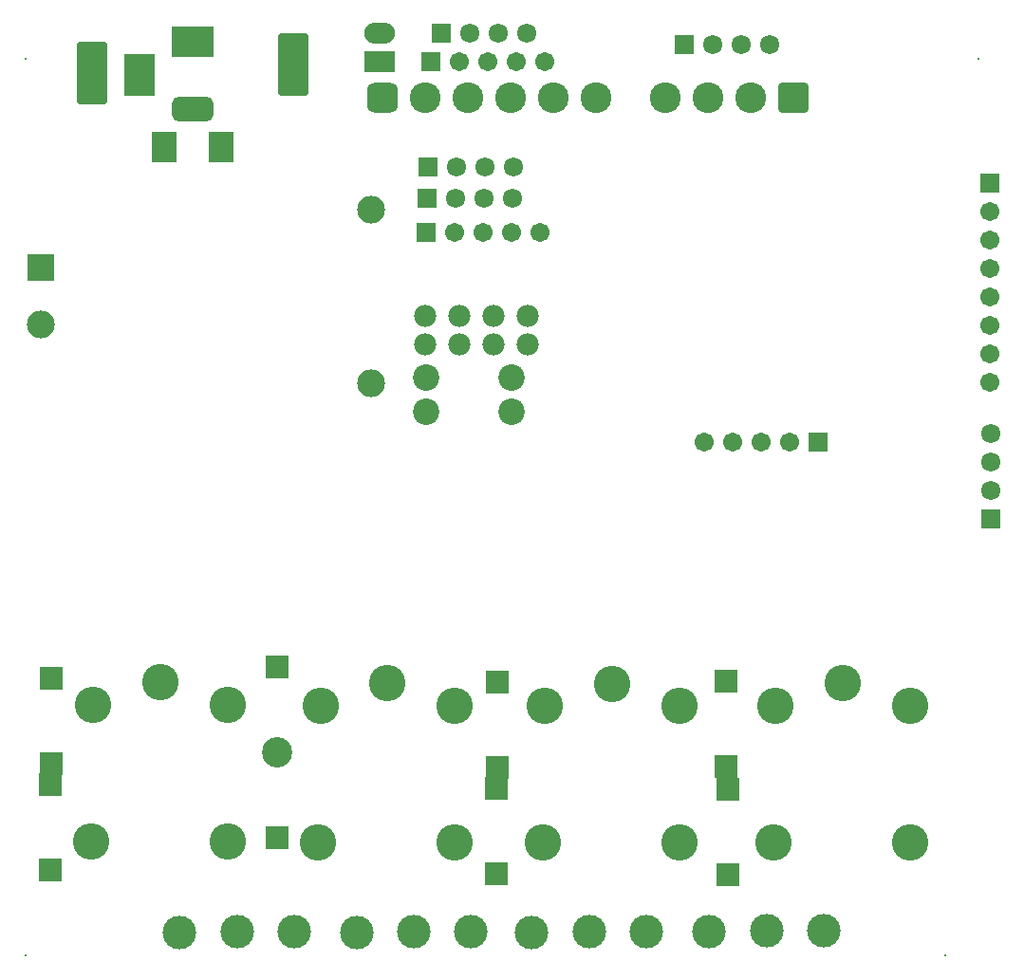
<source format=gbs>
G04*
G04 #@! TF.GenerationSoftware,Altium Limited,Altium Designer,20.2.6 (244)*
G04*
G04 Layer_Color=16711935*
%FSTAX25Y25*%
%MOIN*%
G70*
G04*
G04 #@! TF.SameCoordinates,D37F4820-9CCB-4A9C-A827-6EB3CEA44CBB*
G04*
G04*
G04 #@! TF.FilePolarity,Negative*
G04*
G01*
G75*
%ADD47C,0.10800*%
%ADD48O,0.10800X0.07300*%
%ADD49R,0.10800X0.07300*%
%ADD50C,0.06706*%
%ADD51R,0.06706X0.06706*%
%ADD52C,0.09800*%
%ADD53R,0.09800X0.09800*%
%ADD54R,0.08674X0.10642*%
%ADD55C,0.12800*%
%ADD56R,0.07887X0.07887*%
%ADD57C,0.11800*%
%ADD58C,0.10642*%
%ADD59C,0.09300*%
%ADD60R,0.06706X0.06706*%
%ADD61C,0.00800*%
%ADD62C,0.06784*%
%ADD63R,0.06784X0.06784*%
%ADD64C,0.07800*%
G04:AMPARAMS|DCode=65|XSize=145.8mil|YSize=86.74mil|CornerRadius=23.68mil|HoleSize=0mil|Usage=FLASHONLY|Rotation=0.000|XOffset=0mil|YOffset=0mil|HoleType=Round|Shape=RoundedRectangle|*
%AMROUNDEDRECTD65*
21,1,0.14580,0.03937,0,0,0.0*
21,1,0.09843,0.08674,0,0,0.0*
1,1,0.04737,0.04921,-0.01968*
1,1,0.04737,-0.04921,-0.01968*
1,1,0.04737,-0.04921,0.01968*
1,1,0.04737,0.04921,0.01968*
%
%ADD65ROUNDEDRECTD65*%
%ADD66R,0.14580X0.10642*%
%ADD67R,0.10642X0.14580*%
G04:AMPARAMS|DCode=68|XSize=108mil|YSize=108mil|CornerRadius=29mil|HoleSize=0mil|Usage=FLASHONLY|Rotation=90.000|XOffset=0mil|YOffset=0mil|HoleType=Round|Shape=RoundedRectangle|*
%AMROUNDEDRECTD68*
21,1,0.10800,0.05000,0,0,90.0*
21,1,0.05000,0.10800,0,0,90.0*
1,1,0.05800,0.02500,0.02500*
1,1,0.05800,0.02500,-0.02500*
1,1,0.05800,-0.02500,-0.02500*
1,1,0.05800,-0.02500,0.02500*
%
%ADD68ROUNDEDRECTD68*%
G04:AMPARAMS|DCode=69|XSize=108mil|YSize=108mil|CornerRadius=16.5mil|HoleSize=0mil|Usage=FLASHONLY|Rotation=90.000|XOffset=0mil|YOffset=0mil|HoleType=Round|Shape=RoundedRectangle|*
%AMROUNDEDRECTD69*
21,1,0.10800,0.07500,0,0,90.0*
21,1,0.07500,0.10800,0,0,90.0*
1,1,0.03300,0.03750,0.03750*
1,1,0.03300,0.03750,-0.03750*
1,1,0.03300,-0.03750,-0.03750*
1,1,0.03300,-0.03750,0.03750*
%
%ADD69ROUNDEDRECTD69*%
%ADD70R,0.06784X0.06784*%
G04:AMPARAMS|DCode=103|XSize=218mil|YSize=108mil|CornerRadius=13.5mil|HoleSize=0mil|Usage=FLASHONLY|Rotation=270.000|XOffset=0mil|YOffset=0mil|HoleType=Round|Shape=RoundedRectangle|*
%AMROUNDEDRECTD103*
21,1,0.21800,0.08100,0,0,270.0*
21,1,0.19100,0.10800,0,0,270.0*
1,1,0.02700,-0.04050,-0.09550*
1,1,0.02700,-0.04050,0.09550*
1,1,0.02700,0.04050,0.09550*
1,1,0.02700,0.04050,-0.09550*
%
%ADD103ROUNDEDRECTD103*%
G04:AMPARAMS|DCode=104|XSize=58mil|YSize=108mil|CornerRadius=10.25mil|HoleSize=0mil|Usage=FLASHONLY|Rotation=270.000|XOffset=0mil|YOffset=0mil|HoleType=Round|Shape=RoundedRectangle|*
%AMROUNDEDRECTD104*
21,1,0.05800,0.08750,0,0,270.0*
21,1,0.03750,0.10800,0,0,270.0*
1,1,0.02050,-0.04375,-0.01875*
1,1,0.02050,-0.04375,0.01875*
1,1,0.02050,0.04375,0.01875*
1,1,0.02050,0.04375,-0.01875*
%
%ADD104ROUNDEDRECTD104*%
G04:AMPARAMS|DCode=105|XSize=88mil|YSize=108mil|CornerRadius=14mil|HoleSize=0mil|Usage=FLASHONLY|Rotation=270.000|XOffset=0mil|YOffset=0mil|HoleType=Round|Shape=RoundedRectangle|*
%AMROUNDEDRECTD105*
21,1,0.08800,0.08000,0,0,270.0*
21,1,0.06000,0.10800,0,0,270.0*
1,1,0.02800,-0.04000,-0.03000*
1,1,0.02800,-0.04000,0.03000*
1,1,0.02800,0.04000,0.03000*
1,1,0.02800,0.04000,-0.03000*
%
%ADD105ROUNDEDRECTD105*%
D47*
X11399Y0949533D02*
D03*
X11249D02*
D03*
X11699D02*
D03*
X11549D02*
D03*
X11099D02*
D03*
X11399D02*
D03*
X11249D02*
D03*
X1224101D02*
D03*
X1209101D02*
D03*
X1194101D02*
D03*
D48*
X1094Y09721D02*
D03*
D49*
Y09621D02*
D03*
D50*
X12078Y08286D02*
D03*
X12178D02*
D03*
X12278D02*
D03*
X12378D02*
D03*
X13082Y09096D02*
D03*
Y08996D02*
D03*
Y08896D02*
D03*
Y08796D02*
D03*
Y08696D02*
D03*
Y08596D02*
D03*
Y08496D02*
D03*
X11518Y09621D02*
D03*
X11418D02*
D03*
X11318D02*
D03*
X11218D02*
D03*
X11202Y09024D02*
D03*
X11302D02*
D03*
X11402D02*
D03*
X11502D02*
D03*
D51*
X12478Y08286D02*
D03*
X11118Y09621D02*
D03*
X11102Y09024D02*
D03*
D52*
X10907Y09103D02*
D03*
Y08493D02*
D03*
X09747Y08698D02*
D03*
D53*
Y08898D02*
D03*
D54*
X10182Y09323D02*
D03*
X10382D02*
D03*
D55*
X12321Y0688D02*
D03*
X12801D02*
D03*
X1256478Y0743905D02*
D03*
X11511Y06878D02*
D03*
X11991D02*
D03*
X1175478Y0743706D02*
D03*
X10723Y06879D02*
D03*
X11203D02*
D03*
X1096678Y0743806D02*
D03*
X09924Y06882D02*
D03*
X10404D02*
D03*
X1016778Y0744105D02*
D03*
X1232856Y0736031D02*
D03*
X12801D02*
D03*
X1151856Y0735831D02*
D03*
X11991D02*
D03*
X1073056Y0735931D02*
D03*
X11203D02*
D03*
X0993156Y0736232D02*
D03*
X10404D02*
D03*
D56*
X12161Y06765D02*
D03*
X12156Y07445D02*
D03*
Y07145D02*
D03*
X12161Y07065D02*
D03*
X11347Y0677D02*
D03*
X11352Y07443D02*
D03*
Y07143D02*
D03*
X11347Y0707D02*
D03*
X10578Y06895D02*
D03*
X1058Y07495D02*
D03*
X09783Y06781D02*
D03*
X09786Y07457D02*
D03*
Y07157D02*
D03*
X09783Y07081D02*
D03*
D57*
X12096Y06566D02*
D03*
X1249862Y0656862D02*
D03*
X1229862D02*
D03*
X11473Y06563D02*
D03*
X1187562Y0656562D02*
D03*
X1167562D02*
D03*
X1085699Y06563D02*
D03*
X1125961Y0656562D02*
D03*
X1105961D02*
D03*
X1023538Y0656338D02*
D03*
X10638Y06566D02*
D03*
X10438D02*
D03*
D58*
X1058Y07195D02*
D03*
X10578Y07195D02*
D03*
D59*
X11402Y08512D02*
D03*
X11102D02*
D03*
X11402Y08394D02*
D03*
X11102D02*
D03*
D60*
X13082Y09196D02*
D03*
D61*
X12924Y06482D02*
D03*
X09695D02*
D03*
Y09631D02*
D03*
X13042Y09634D02*
D03*
D62*
X11406Y09144D02*
D03*
X11306D02*
D03*
X11206D02*
D03*
X11408Y09254D02*
D03*
X11308D02*
D03*
X11208D02*
D03*
X1211Y09684D02*
D03*
X1221D02*
D03*
X1231D02*
D03*
X11256Y09722D02*
D03*
X11356D02*
D03*
X11456D02*
D03*
X13084Y08315D02*
D03*
Y08215D02*
D03*
Y08115D02*
D03*
D63*
X11106Y09144D02*
D03*
X11108Y09254D02*
D03*
X1201Y09684D02*
D03*
X11156Y09722D02*
D03*
D64*
X1145701Y0873095D02*
D03*
X1145701Y0863095D02*
D03*
X1109998Y0873095D02*
D03*
X1109998Y0863095D02*
D03*
X1121899Y0873095D02*
D03*
X1121899Y0863095D02*
D03*
X11338D02*
D03*
X11338Y0873095D02*
D03*
D65*
X10281Y0945678D02*
D03*
D66*
Y09693D02*
D03*
D67*
X1009596Y0957489D02*
D03*
D68*
X10949Y0949533D02*
D03*
D69*
X1239101D02*
D03*
D70*
X13084Y08015D02*
D03*
D103*
X10635Y09613D02*
D03*
X0993Y09581D02*
D03*
D104*
X10635Y09533D02*
D03*
Y09693D02*
D03*
X0993Y09501D02*
D03*
Y09661D02*
D03*
D105*
X10635Y09613D02*
D03*
X0993Y09581D02*
D03*
M02*

</source>
